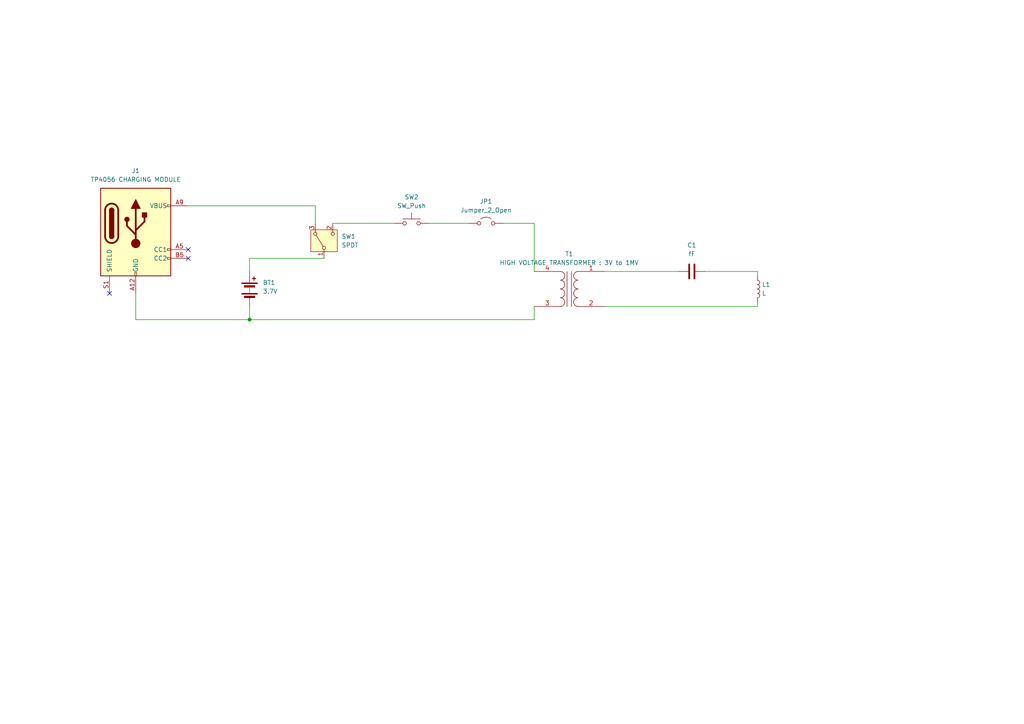
<source format=kicad_sch>
(kicad_sch
	(version 20231120)
	(generator "eeschema")
	(generator_version "8.0")
	(uuid "266b6f3b-13f2-4e98-a8ee-2866420d0d83")
	(paper "A4")
	(lib_symbols
		(symbol "Connector:USB_C_Receptacle_PowerOnly_6P"
			(pin_names
				(offset 1.016)
			)
			(exclude_from_sim no)
			(in_bom yes)
			(on_board yes)
			(property "Reference" "J"
				(at 0 16.51 0)
				(effects
					(font
						(size 1.27 1.27)
					)
					(justify bottom)
				)
			)
			(property "Value" "USB_C_Receptacle_PowerOnly_6P"
				(at 0 13.97 0)
				(effects
					(font
						(size 1.27 1.27)
					)
					(justify bottom)
				)
			)
			(property "Footprint" ""
				(at 3.81 2.54 0)
				(effects
					(font
						(size 1.27 1.27)
					)
					(hide yes)
				)
			)
			(property "Datasheet" "https://www.usb.org/sites/default/files/documents/usb_type-c.zip"
				(at 0 0 0)
				(effects
					(font
						(size 1.27 1.27)
					)
					(hide yes)
				)
			)
			(property "Description" "USB Power-Only 6P Type-C Receptacle connector"
				(at 0 0 0)
				(effects
					(font
						(size 1.27 1.27)
					)
					(hide yes)
				)
			)
			(property "ki_keywords" "usb universal serial bus type-C power-only charging-only 6P 6C"
				(at 0 0 0)
				(effects
					(font
						(size 1.27 1.27)
					)
					(hide yes)
				)
			)
			(property "ki_fp_filters" "USB*C*Receptacle*"
				(at 0 0 0)
				(effects
					(font
						(size 1.27 1.27)
					)
					(hide yes)
				)
			)
			(symbol "USB_C_Receptacle_PowerOnly_6P_0_0"
				(rectangle
					(start -0.254 -12.7)
					(end 0.254 -11.684)
					(stroke
						(width 0)
						(type default)
					)
					(fill
						(type none)
					)
				)
				(rectangle
					(start 10.16 -7.366)
					(end 9.144 -7.874)
					(stroke
						(width 0)
						(type default)
					)
					(fill
						(type none)
					)
				)
				(rectangle
					(start 10.16 -4.826)
					(end 9.144 -5.334)
					(stroke
						(width 0)
						(type default)
					)
					(fill
						(type none)
					)
				)
				(rectangle
					(start 10.16 7.874)
					(end 9.144 7.366)
					(stroke
						(width 0)
						(type default)
					)
					(fill
						(type none)
					)
				)
			)
			(symbol "USB_C_Receptacle_PowerOnly_6P_0_1"
				(rectangle
					(start -10.16 12.7)
					(end 10.16 -12.7)
					(stroke
						(width 0.254)
						(type default)
					)
					(fill
						(type background)
					)
				)
				(arc
					(start -8.89 -1.27)
					(mid -6.985 -3.1667)
					(end -5.08 -1.27)
					(stroke
						(width 0.508)
						(type default)
					)
					(fill
						(type none)
					)
				)
				(arc
					(start -7.62 -1.27)
					(mid -6.985 -1.9023)
					(end -6.35 -1.27)
					(stroke
						(width 0.254)
						(type default)
					)
					(fill
						(type none)
					)
				)
				(arc
					(start -7.62 -1.27)
					(mid -6.985 -1.9023)
					(end -6.35 -1.27)
					(stroke
						(width 0.254)
						(type default)
					)
					(fill
						(type outline)
					)
				)
				(rectangle
					(start -7.62 -1.27)
					(end -6.35 6.35)
					(stroke
						(width 0.254)
						(type default)
					)
					(fill
						(type outline)
					)
				)
				(arc
					(start -6.35 6.35)
					(mid -6.985 6.9823)
					(end -7.62 6.35)
					(stroke
						(width 0.254)
						(type default)
					)
					(fill
						(type none)
					)
				)
				(arc
					(start -6.35 6.35)
					(mid -6.985 6.9823)
					(end -7.62 6.35)
					(stroke
						(width 0.254)
						(type default)
					)
					(fill
						(type outline)
					)
				)
				(arc
					(start -5.08 6.35)
					(mid -6.985 8.2467)
					(end -8.89 6.35)
					(stroke
						(width 0.508)
						(type default)
					)
					(fill
						(type none)
					)
				)
				(circle
					(center -2.54 3.683)
					(radius 0.635)
					(stroke
						(width 0.254)
						(type default)
					)
					(fill
						(type outline)
					)
				)
				(circle
					(center 0 -3.302)
					(radius 1.27)
					(stroke
						(width 0)
						(type default)
					)
					(fill
						(type outline)
					)
				)
				(polyline
					(pts
						(xy -8.89 -1.27) (xy -8.89 6.35)
					)
					(stroke
						(width 0.508)
						(type default)
					)
					(fill
						(type none)
					)
				)
				(polyline
					(pts
						(xy -5.08 6.35) (xy -5.08 -1.27)
					)
					(stroke
						(width 0.508)
						(type default)
					)
					(fill
						(type none)
					)
				)
				(polyline
					(pts
						(xy 0 -3.302) (xy 0 6.858)
					)
					(stroke
						(width 0.508)
						(type default)
					)
					(fill
						(type none)
					)
				)
				(polyline
					(pts
						(xy 0 -0.762) (xy -2.54 1.778) (xy -2.54 3.048)
					)
					(stroke
						(width 0.508)
						(type default)
					)
					(fill
						(type none)
					)
				)
				(polyline
					(pts
						(xy 0 0.508) (xy 2.54 3.048) (xy 2.54 4.318)
					)
					(stroke
						(width 0.508)
						(type default)
					)
					(fill
						(type none)
					)
				)
				(polyline
					(pts
						(xy -1.27 6.858) (xy 0 9.398) (xy 1.27 6.858) (xy -1.27 6.858)
					)
					(stroke
						(width 0.254)
						(type default)
					)
					(fill
						(type outline)
					)
				)
				(rectangle
					(start 1.905 4.318)
					(end 3.175 5.588)
					(stroke
						(width 0.254)
						(type default)
					)
					(fill
						(type outline)
					)
				)
			)
			(symbol "USB_C_Receptacle_PowerOnly_6P_1_1"
				(pin passive line
					(at 0 -17.78 90)
					(length 5.08)
					(name "GND"
						(effects
							(font
								(size 1.27 1.27)
							)
						)
					)
					(number "A12"
						(effects
							(font
								(size 1.27 1.27)
							)
						)
					)
				)
				(pin bidirectional line
					(at 15.24 -5.08 180)
					(length 5.08)
					(name "CC1"
						(effects
							(font
								(size 1.27 1.27)
							)
						)
					)
					(number "A5"
						(effects
							(font
								(size 1.27 1.27)
							)
						)
					)
				)
				(pin passive line
					(at 15.24 7.62 180)
					(length 5.08)
					(name "VBUS"
						(effects
							(font
								(size 1.27 1.27)
							)
						)
					)
					(number "A9"
						(effects
							(font
								(size 1.27 1.27)
							)
						)
					)
				)
				(pin passive line
					(at 0 -17.78 90)
					(length 5.08) hide
					(name "GND"
						(effects
							(font
								(size 1.27 1.27)
							)
						)
					)
					(number "B12"
						(effects
							(font
								(size 1.27 1.27)
							)
						)
					)
				)
				(pin bidirectional line
					(at 15.24 -7.62 180)
					(length 5.08)
					(name "CC2"
						(effects
							(font
								(size 1.27 1.27)
							)
						)
					)
					(number "B5"
						(effects
							(font
								(size 1.27 1.27)
							)
						)
					)
				)
				(pin passive line
					(at 15.24 7.62 180)
					(length 5.08) hide
					(name "VBUS"
						(effects
							(font
								(size 1.27 1.27)
							)
						)
					)
					(number "B9"
						(effects
							(font
								(size 1.27 1.27)
							)
						)
					)
				)
				(pin passive line
					(at -7.62 -17.78 90)
					(length 5.08)
					(name "SHIELD"
						(effects
							(font
								(size 1.27 1.27)
							)
						)
					)
					(number "S1"
						(effects
							(font
								(size 1.27 1.27)
							)
						)
					)
				)
			)
		)
		(symbol "Device:Battery"
			(pin_numbers hide)
			(pin_names
				(offset 0) hide)
			(exclude_from_sim no)
			(in_bom yes)
			(on_board yes)
			(property "Reference" "BT"
				(at 2.54 2.54 0)
				(effects
					(font
						(size 1.27 1.27)
					)
					(justify left)
				)
			)
			(property "Value" "Battery"
				(at 2.54 0 0)
				(effects
					(font
						(size 1.27 1.27)
					)
					(justify left)
				)
			)
			(property "Footprint" ""
				(at 0 1.524 90)
				(effects
					(font
						(size 1.27 1.27)
					)
					(hide yes)
				)
			)
			(property "Datasheet" "~"
				(at 0 1.524 90)
				(effects
					(font
						(size 1.27 1.27)
					)
					(hide yes)
				)
			)
			(property "Description" "Multiple-cell battery"
				(at 0 0 0)
				(effects
					(font
						(size 1.27 1.27)
					)
					(hide yes)
				)
			)
			(property "ki_keywords" "batt voltage-source cell"
				(at 0 0 0)
				(effects
					(font
						(size 1.27 1.27)
					)
					(hide yes)
				)
			)
			(symbol "Battery_0_1"
				(rectangle
					(start -2.286 -1.27)
					(end 2.286 -1.524)
					(stroke
						(width 0)
						(type default)
					)
					(fill
						(type outline)
					)
				)
				(rectangle
					(start -2.286 1.778)
					(end 2.286 1.524)
					(stroke
						(width 0)
						(type default)
					)
					(fill
						(type outline)
					)
				)
				(rectangle
					(start -1.524 -2.032)
					(end 1.524 -2.54)
					(stroke
						(width 0)
						(type default)
					)
					(fill
						(type outline)
					)
				)
				(rectangle
					(start -1.524 1.016)
					(end 1.524 0.508)
					(stroke
						(width 0)
						(type default)
					)
					(fill
						(type outline)
					)
				)
				(polyline
					(pts
						(xy 0 -1.016) (xy 0 -0.762)
					)
					(stroke
						(width 0)
						(type default)
					)
					(fill
						(type none)
					)
				)
				(polyline
					(pts
						(xy 0 -0.508) (xy 0 -0.254)
					)
					(stroke
						(width 0)
						(type default)
					)
					(fill
						(type none)
					)
				)
				(polyline
					(pts
						(xy 0 0) (xy 0 0.254)
					)
					(stroke
						(width 0)
						(type default)
					)
					(fill
						(type none)
					)
				)
				(polyline
					(pts
						(xy 0 1.778) (xy 0 2.54)
					)
					(stroke
						(width 0)
						(type default)
					)
					(fill
						(type none)
					)
				)
				(polyline
					(pts
						(xy 0.762 3.048) (xy 1.778 3.048)
					)
					(stroke
						(width 0.254)
						(type default)
					)
					(fill
						(type none)
					)
				)
				(polyline
					(pts
						(xy 1.27 3.556) (xy 1.27 2.54)
					)
					(stroke
						(width 0.254)
						(type default)
					)
					(fill
						(type none)
					)
				)
			)
			(symbol "Battery_1_1"
				(pin passive line
					(at 0 5.08 270)
					(length 2.54)
					(name "+"
						(effects
							(font
								(size 1.27 1.27)
							)
						)
					)
					(number "1"
						(effects
							(font
								(size 1.27 1.27)
							)
						)
					)
				)
				(pin passive line
					(at 0 -5.08 90)
					(length 2.54)
					(name "-"
						(effects
							(font
								(size 1.27 1.27)
							)
						)
					)
					(number "2"
						(effects
							(font
								(size 1.27 1.27)
							)
						)
					)
				)
			)
		)
		(symbol "Device:C"
			(pin_numbers hide)
			(pin_names
				(offset 0.254)
			)
			(exclude_from_sim no)
			(in_bom yes)
			(on_board yes)
			(property "Reference" "C"
				(at 0.635 2.54 0)
				(effects
					(font
						(size 1.27 1.27)
					)
					(justify left)
				)
			)
			(property "Value" "C"
				(at 0.635 -2.54 0)
				(effects
					(font
						(size 1.27 1.27)
					)
					(justify left)
				)
			)
			(property "Footprint" ""
				(at 0.9652 -3.81 0)
				(effects
					(font
						(size 1.27 1.27)
					)
					(hide yes)
				)
			)
			(property "Datasheet" "~"
				(at 0 0 0)
				(effects
					(font
						(size 1.27 1.27)
					)
					(hide yes)
				)
			)
			(property "Description" "Unpolarized capacitor"
				(at 0 0 0)
				(effects
					(font
						(size 1.27 1.27)
					)
					(hide yes)
				)
			)
			(property "ki_keywords" "cap capacitor"
				(at 0 0 0)
				(effects
					(font
						(size 1.27 1.27)
					)
					(hide yes)
				)
			)
			(property "ki_fp_filters" "C_*"
				(at 0 0 0)
				(effects
					(font
						(size 1.27 1.27)
					)
					(hide yes)
				)
			)
			(symbol "C_0_1"
				(polyline
					(pts
						(xy -2.032 -0.762) (xy 2.032 -0.762)
					)
					(stroke
						(width 0.508)
						(type default)
					)
					(fill
						(type none)
					)
				)
				(polyline
					(pts
						(xy -2.032 0.762) (xy 2.032 0.762)
					)
					(stroke
						(width 0.508)
						(type default)
					)
					(fill
						(type none)
					)
				)
			)
			(symbol "C_1_1"
				(pin passive line
					(at 0 3.81 270)
					(length 2.794)
					(name "~"
						(effects
							(font
								(size 1.27 1.27)
							)
						)
					)
					(number "1"
						(effects
							(font
								(size 1.27 1.27)
							)
						)
					)
				)
				(pin passive line
					(at 0 -3.81 90)
					(length 2.794)
					(name "~"
						(effects
							(font
								(size 1.27 1.27)
							)
						)
					)
					(number "2"
						(effects
							(font
								(size 1.27 1.27)
							)
						)
					)
				)
			)
		)
		(symbol "Device:L"
			(pin_numbers hide)
			(pin_names
				(offset 1.016) hide)
			(exclude_from_sim no)
			(in_bom yes)
			(on_board yes)
			(property "Reference" "L"
				(at -1.27 0 90)
				(effects
					(font
						(size 1.27 1.27)
					)
				)
			)
			(property "Value" "L"
				(at 1.905 0 90)
				(effects
					(font
						(size 1.27 1.27)
					)
				)
			)
			(property "Footprint" ""
				(at 0 0 0)
				(effects
					(font
						(size 1.27 1.27)
					)
					(hide yes)
				)
			)
			(property "Datasheet" "~"
				(at 0 0 0)
				(effects
					(font
						(size 1.27 1.27)
					)
					(hide yes)
				)
			)
			(property "Description" "Inductor"
				(at 0 0 0)
				(effects
					(font
						(size 1.27 1.27)
					)
					(hide yes)
				)
			)
			(property "ki_keywords" "inductor choke coil reactor magnetic"
				(at 0 0 0)
				(effects
					(font
						(size 1.27 1.27)
					)
					(hide yes)
				)
			)
			(property "ki_fp_filters" "Choke_* *Coil* Inductor_* L_*"
				(at 0 0 0)
				(effects
					(font
						(size 1.27 1.27)
					)
					(hide yes)
				)
			)
			(symbol "L_0_1"
				(arc
					(start 0 -2.54)
					(mid 0.6323 -1.905)
					(end 0 -1.27)
					(stroke
						(width 0)
						(type default)
					)
					(fill
						(type none)
					)
				)
				(arc
					(start 0 -1.27)
					(mid 0.6323 -0.635)
					(end 0 0)
					(stroke
						(width 0)
						(type default)
					)
					(fill
						(type none)
					)
				)
				(arc
					(start 0 0)
					(mid 0.6323 0.635)
					(end 0 1.27)
					(stroke
						(width 0)
						(type default)
					)
					(fill
						(type none)
					)
				)
				(arc
					(start 0 1.27)
					(mid 0.6323 1.905)
					(end 0 2.54)
					(stroke
						(width 0)
						(type default)
					)
					(fill
						(type none)
					)
				)
			)
			(symbol "L_1_1"
				(pin passive line
					(at 0 3.81 270)
					(length 1.27)
					(name "1"
						(effects
							(font
								(size 1.27 1.27)
							)
						)
					)
					(number "1"
						(effects
							(font
								(size 1.27 1.27)
							)
						)
					)
				)
				(pin passive line
					(at 0 -3.81 90)
					(length 1.27)
					(name "2"
						(effects
							(font
								(size 1.27 1.27)
							)
						)
					)
					(number "2"
						(effects
							(font
								(size 1.27 1.27)
							)
						)
					)
				)
			)
		)
		(symbol "Device:Transformer_1P_1S"
			(pin_names
				(offset 1.016) hide)
			(exclude_from_sim no)
			(in_bom yes)
			(on_board yes)
			(property "Reference" "T"
				(at 0 6.35 0)
				(effects
					(font
						(size 1.27 1.27)
					)
				)
			)
			(property "Value" "Transformer_1P_1S"
				(at 0 -7.62 0)
				(effects
					(font
						(size 1.27 1.27)
					)
				)
			)
			(property "Footprint" ""
				(at 0 0 0)
				(effects
					(font
						(size 1.27 1.27)
					)
					(hide yes)
				)
			)
			(property "Datasheet" "~"
				(at 0 0 0)
				(effects
					(font
						(size 1.27 1.27)
					)
					(hide yes)
				)
			)
			(property "Description" "Transformer, single primary, single secondary"
				(at 0 0 0)
				(effects
					(font
						(size 1.27 1.27)
					)
					(hide yes)
				)
			)
			(property "ki_keywords" "transformer coil magnet"
				(at 0 0 0)
				(effects
					(font
						(size 1.27 1.27)
					)
					(hide yes)
				)
			)
			(symbol "Transformer_1P_1S_0_1"
				(arc
					(start -2.54 -5.0546)
					(mid -1.6599 -4.6901)
					(end -1.27 -3.81)
					(stroke
						(width 0)
						(type default)
					)
					(fill
						(type none)
					)
				)
				(arc
					(start -2.54 -2.5146)
					(mid -1.6599 -2.1501)
					(end -1.27 -1.27)
					(stroke
						(width 0)
						(type default)
					)
					(fill
						(type none)
					)
				)
				(arc
					(start -2.54 0.0254)
					(mid -1.6599 0.3899)
					(end -1.27 1.27)
					(stroke
						(width 0)
						(type default)
					)
					(fill
						(type none)
					)
				)
				(arc
					(start -2.54 2.5654)
					(mid -1.6599 2.9299)
					(end -1.27 3.81)
					(stroke
						(width 0)
						(type default)
					)
					(fill
						(type none)
					)
				)
				(arc
					(start -1.27 -3.81)
					(mid -1.642 -2.912)
					(end -2.54 -2.54)
					(stroke
						(width 0)
						(type default)
					)
					(fill
						(type none)
					)
				)
				(arc
					(start -1.27 -1.27)
					(mid -1.642 -0.372)
					(end -2.54 0)
					(stroke
						(width 0)
						(type default)
					)
					(fill
						(type none)
					)
				)
				(arc
					(start -1.27 1.27)
					(mid -1.642 2.168)
					(end -2.54 2.54)
					(stroke
						(width 0)
						(type default)
					)
					(fill
						(type none)
					)
				)
				(arc
					(start -1.27 3.81)
					(mid -1.642 4.708)
					(end -2.54 5.08)
					(stroke
						(width 0)
						(type default)
					)
					(fill
						(type none)
					)
				)
				(polyline
					(pts
						(xy -0.635 5.08) (xy -0.635 -5.08)
					)
					(stroke
						(width 0)
						(type default)
					)
					(fill
						(type none)
					)
				)
				(polyline
					(pts
						(xy 0.635 -5.08) (xy 0.635 5.08)
					)
					(stroke
						(width 0)
						(type default)
					)
					(fill
						(type none)
					)
				)
				(arc
					(start 1.2954 -1.27)
					(mid 1.6599 -2.1501)
					(end 2.54 -2.5146)
					(stroke
						(width 0)
						(type default)
					)
					(fill
						(type none)
					)
				)
				(arc
					(start 1.2954 1.27)
					(mid 1.6599 0.3899)
					(end 2.54 0.0254)
					(stroke
						(width 0)
						(type default)
					)
					(fill
						(type none)
					)
				)
				(arc
					(start 1.2954 3.81)
					(mid 1.6599 2.9299)
					(end 2.54 2.5654)
					(stroke
						(width 0)
						(type default)
					)
					(fill
						(type none)
					)
				)
				(arc
					(start 1.3208 -3.81)
					(mid 1.6853 -4.6901)
					(end 2.5654 -5.0546)
					(stroke
						(width 0)
						(type default)
					)
					(fill
						(type none)
					)
				)
				(arc
					(start 2.54 0)
					(mid 1.642 -0.372)
					(end 1.2954 -1.27)
					(stroke
						(width 0)
						(type default)
					)
					(fill
						(type none)
					)
				)
				(arc
					(start 2.54 2.54)
					(mid 1.642 2.168)
					(end 1.2954 1.27)
					(stroke
						(width 0)
						(type default)
					)
					(fill
						(type none)
					)
				)
				(arc
					(start 2.54 5.08)
					(mid 1.642 4.708)
					(end 1.2954 3.81)
					(stroke
						(width 0)
						(type default)
					)
					(fill
						(type none)
					)
				)
				(arc
					(start 2.5654 -2.54)
					(mid 1.6674 -2.912)
					(end 1.3208 -3.81)
					(stroke
						(width 0)
						(type default)
					)
					(fill
						(type none)
					)
				)
			)
			(symbol "Transformer_1P_1S_1_1"
				(pin passive line
					(at -10.16 5.08 0)
					(length 7.62)
					(name "AA"
						(effects
							(font
								(size 1.27 1.27)
							)
						)
					)
					(number "1"
						(effects
							(font
								(size 1.27 1.27)
							)
						)
					)
				)
				(pin passive line
					(at -10.16 -5.08 0)
					(length 7.62)
					(name "AB"
						(effects
							(font
								(size 1.27 1.27)
							)
						)
					)
					(number "2"
						(effects
							(font
								(size 1.27 1.27)
							)
						)
					)
				)
				(pin passive line
					(at 10.16 -5.08 180)
					(length 7.62)
					(name "SA"
						(effects
							(font
								(size 1.27 1.27)
							)
						)
					)
					(number "3"
						(effects
							(font
								(size 1.27 1.27)
							)
						)
					)
				)
				(pin passive line
					(at 10.16 5.08 180)
					(length 7.62)
					(name "SB"
						(effects
							(font
								(size 1.27 1.27)
							)
						)
					)
					(number "4"
						(effects
							(font
								(size 1.27 1.27)
							)
						)
					)
				)
			)
		)
		(symbol "Jumper:Jumper_2_Open"
			(pin_numbers hide)
			(pin_names
				(offset 0) hide)
			(exclude_from_sim yes)
			(in_bom yes)
			(on_board yes)
			(property "Reference" "JP"
				(at 0 2.794 0)
				(effects
					(font
						(size 1.27 1.27)
					)
				)
			)
			(property "Value" "Jumper_2_Open"
				(at 0 -2.286 0)
				(effects
					(font
						(size 1.27 1.27)
					)
				)
			)
			(property "Footprint" ""
				(at 0 0 0)
				(effects
					(font
						(size 1.27 1.27)
					)
					(hide yes)
				)
			)
			(property "Datasheet" "~"
				(at 0 0 0)
				(effects
					(font
						(size 1.27 1.27)
					)
					(hide yes)
				)
			)
			(property "Description" "Jumper, 2-pole, open"
				(at 0 0 0)
				(effects
					(font
						(size 1.27 1.27)
					)
					(hide yes)
				)
			)
			(property "ki_keywords" "Jumper SPST"
				(at 0 0 0)
				(effects
					(font
						(size 1.27 1.27)
					)
					(hide yes)
				)
			)
			(property "ki_fp_filters" "Jumper* TestPoint*2Pads* TestPoint*Bridge*"
				(at 0 0 0)
				(effects
					(font
						(size 1.27 1.27)
					)
					(hide yes)
				)
			)
			(symbol "Jumper_2_Open_0_0"
				(circle
					(center -2.032 0)
					(radius 0.508)
					(stroke
						(width 0)
						(type default)
					)
					(fill
						(type none)
					)
				)
				(circle
					(center 2.032 0)
					(radius 0.508)
					(stroke
						(width 0)
						(type default)
					)
					(fill
						(type none)
					)
				)
			)
			(symbol "Jumper_2_Open_0_1"
				(arc
					(start 1.524 1.27)
					(mid 0 1.778)
					(end -1.524 1.27)
					(stroke
						(width 0)
						(type default)
					)
					(fill
						(type none)
					)
				)
			)
			(symbol "Jumper_2_Open_1_1"
				(pin passive line
					(at -5.08 0 0)
					(length 2.54)
					(name "A"
						(effects
							(font
								(size 1.27 1.27)
							)
						)
					)
					(number "1"
						(effects
							(font
								(size 1.27 1.27)
							)
						)
					)
				)
				(pin passive line
					(at 5.08 0 180)
					(length 2.54)
					(name "B"
						(effects
							(font
								(size 1.27 1.27)
							)
						)
					)
					(number "2"
						(effects
							(font
								(size 1.27 1.27)
							)
						)
					)
				)
			)
		)
		(symbol "Switch:SW_Push"
			(pin_numbers hide)
			(pin_names
				(offset 1.016) hide)
			(exclude_from_sim no)
			(in_bom yes)
			(on_board yes)
			(property "Reference" "SW"
				(at 1.27 2.54 0)
				(effects
					(font
						(size 1.27 1.27)
					)
					(justify left)
				)
			)
			(property "Value" "SW_Push"
				(at 0 -1.524 0)
				(effects
					(font
						(size 1.27 1.27)
					)
				)
			)
			(property "Footprint" ""
				(at 0 5.08 0)
				(effects
					(font
						(size 1.27 1.27)
					)
					(hide yes)
				)
			)
			(property "Datasheet" "~"
				(at 0 5.08 0)
				(effects
					(font
						(size 1.27 1.27)
					)
					(hide yes)
				)
			)
			(property "Description" "Push button switch, generic, two pins"
				(at 0 0 0)
				(effects
					(font
						(size 1.27 1.27)
					)
					(hide yes)
				)
			)
			(property "ki_keywords" "switch normally-open pushbutton push-button"
				(at 0 0 0)
				(effects
					(font
						(size 1.27 1.27)
					)
					(hide yes)
				)
			)
			(symbol "SW_Push_0_1"
				(circle
					(center -2.032 0)
					(radius 0.508)
					(stroke
						(width 0)
						(type default)
					)
					(fill
						(type none)
					)
				)
				(polyline
					(pts
						(xy 0 1.27) (xy 0 3.048)
					)
					(stroke
						(width 0)
						(type default)
					)
					(fill
						(type none)
					)
				)
				(polyline
					(pts
						(xy 2.54 1.27) (xy -2.54 1.27)
					)
					(stroke
						(width 0)
						(type default)
					)
					(fill
						(type none)
					)
				)
				(circle
					(center 2.032 0)
					(radius 0.508)
					(stroke
						(width 0)
						(type default)
					)
					(fill
						(type none)
					)
				)
				(pin passive line
					(at -5.08 0 0)
					(length 2.54)
					(name "1"
						(effects
							(font
								(size 1.27 1.27)
							)
						)
					)
					(number "1"
						(effects
							(font
								(size 1.27 1.27)
							)
						)
					)
				)
				(pin passive line
					(at 5.08 0 180)
					(length 2.54)
					(name "2"
						(effects
							(font
								(size 1.27 1.27)
							)
						)
					)
					(number "2"
						(effects
							(font
								(size 1.27 1.27)
							)
						)
					)
				)
			)
		)
		(symbol "Switch:SW_SPDT_312"
			(pin_names
				(offset 1) hide)
			(exclude_from_sim no)
			(in_bom yes)
			(on_board yes)
			(property "Reference" "SW"
				(at 0 5.08 0)
				(effects
					(font
						(size 1.27 1.27)
					)
				)
			)
			(property "Value" "SW_SPDT_312"
				(at 0 -5.08 0)
				(effects
					(font
						(size 1.27 1.27)
					)
				)
			)
			(property "Footprint" ""
				(at 0 -10.16 0)
				(effects
					(font
						(size 1.27 1.27)
					)
					(hide yes)
				)
			)
			(property "Datasheet" "~"
				(at 0 -7.62 0)
				(effects
					(font
						(size 1.27 1.27)
					)
					(hide yes)
				)
			)
			(property "Description" "Switch, single pole double throw"
				(at 0 0 0)
				(effects
					(font
						(size 1.27 1.27)
					)
					(hide yes)
				)
			)
			(property "ki_keywords" "changeover single-pole double-throw spdt ON-ON"
				(at 0 0 0)
				(effects
					(font
						(size 1.27 1.27)
					)
					(hide yes)
				)
			)
			(symbol "SW_SPDT_312_0_1"
				(circle
					(center -2.032 0)
					(radius 0.4572)
					(stroke
						(width 0)
						(type default)
					)
					(fill
						(type none)
					)
				)
				(polyline
					(pts
						(xy -1.651 0.254) (xy 1.651 2.286)
					)
					(stroke
						(width 0)
						(type default)
					)
					(fill
						(type none)
					)
				)
				(circle
					(center 2.032 -2.54)
					(radius 0.4572)
					(stroke
						(width 0)
						(type default)
					)
					(fill
						(type none)
					)
				)
				(circle
					(center 2.032 2.54)
					(radius 0.4572)
					(stroke
						(width 0)
						(type default)
					)
					(fill
						(type none)
					)
				)
			)
			(symbol "SW_SPDT_312_1_1"
				(rectangle
					(start -3.175 3.81)
					(end 3.175 -3.81)
					(stroke
						(width 0)
						(type default)
					)
					(fill
						(type background)
					)
				)
				(pin passive line
					(at -5.08 0 0)
					(length 2.54)
					(name "B"
						(effects
							(font
								(size 1.27 1.27)
							)
						)
					)
					(number "1"
						(effects
							(font
								(size 1.27 1.27)
							)
						)
					)
				)
				(pin passive line
					(at 5.08 -2.54 180)
					(length 2.54)
					(name "C"
						(effects
							(font
								(size 1.27 1.27)
							)
						)
					)
					(number "2"
						(effects
							(font
								(size 1.27 1.27)
							)
						)
					)
				)
				(pin passive line
					(at 5.08 2.54 180)
					(length 2.54)
					(name "A"
						(effects
							(font
								(size 1.27 1.27)
							)
						)
					)
					(number "3"
						(effects
							(font
								(size 1.27 1.27)
							)
						)
					)
				)
			)
		)
	)
	(junction
		(at 72.39 92.71)
		(diameter 0)
		(color 0 0 0 0)
		(uuid "a4824143-1507-4ea3-b7fa-87473027b49d")
	)
	(no_connect
		(at 54.61 74.93)
		(uuid "6b62697f-fa9e-4ae0-8868-b75aab687d8a")
	)
	(no_connect
		(at 54.61 72.39)
		(uuid "7f556ed7-13d8-492c-a7ff-4f8a0664d496")
	)
	(no_connect
		(at 31.75 85.09)
		(uuid "ec084f27-ddc6-4578-a05b-ca626873f250")
	)
	(wire
		(pts
			(xy 146.05 64.77) (xy 154.94 64.77)
		)
		(stroke
			(width 0)
			(type default)
		)
		(uuid "029bd5ef-0767-47fc-a221-0cfabd3e65e1")
	)
	(wire
		(pts
			(xy 91.44 59.69) (xy 91.44 64.77)
		)
		(stroke
			(width 0)
			(type default)
		)
		(uuid "25576877-4c92-46db-9196-847b0de25dc1")
	)
	(wire
		(pts
			(xy 72.39 74.93) (xy 93.98 74.93)
		)
		(stroke
			(width 0)
			(type default)
		)
		(uuid "2efec2a9-cf60-4f82-97ea-ab9e13ff2edf")
	)
	(wire
		(pts
			(xy 124.46 64.77) (xy 135.89 64.77)
		)
		(stroke
			(width 0)
			(type default)
		)
		(uuid "42e9d8a4-db34-44b3-8be6-892994296cf6")
	)
	(wire
		(pts
			(xy 175.26 88.9) (xy 219.71 88.9)
		)
		(stroke
			(width 0)
			(type default)
		)
		(uuid "52ef42e0-0c36-4c62-af33-6c362a36845c")
	)
	(wire
		(pts
			(xy 154.94 64.77) (xy 154.94 78.74)
		)
		(stroke
			(width 0)
			(type default)
		)
		(uuid "7ddaacdc-8166-4ab5-a860-58d3a6acc09a")
	)
	(wire
		(pts
			(xy 39.37 92.71) (xy 72.39 92.71)
		)
		(stroke
			(width 0)
			(type default)
		)
		(uuid "7e31c8d2-b317-41ac-a56d-f647ef1758f4")
	)
	(wire
		(pts
			(xy 219.71 88.9) (xy 219.71 87.63)
		)
		(stroke
			(width 0)
			(type default)
		)
		(uuid "8422a8a4-6312-4d73-8bc7-9bdcc2abec87")
	)
	(wire
		(pts
			(xy 96.52 64.77) (xy 114.3 64.77)
		)
		(stroke
			(width 0)
			(type default)
		)
		(uuid "84593b69-1a84-4653-932c-ea9fb34db3f3")
	)
	(wire
		(pts
			(xy 219.71 78.74) (xy 219.71 80.01)
		)
		(stroke
			(width 0)
			(type default)
		)
		(uuid "8762b01c-ffaf-40bf-a707-dc91ad03cfed")
	)
	(wire
		(pts
			(xy 175.26 78.74) (xy 196.85 78.74)
		)
		(stroke
			(width 0)
			(type default)
		)
		(uuid "ac927122-9f39-44c2-b854-b4dcd05b0fdb")
	)
	(wire
		(pts
			(xy 204.47 78.74) (xy 219.71 78.74)
		)
		(stroke
			(width 0)
			(type default)
		)
		(uuid "c0bdb16a-6d6b-4954-a910-b36481135acf")
	)
	(wire
		(pts
			(xy 154.94 88.9) (xy 154.94 92.71)
		)
		(stroke
			(width 0)
			(type default)
		)
		(uuid "d0b981c8-b53d-40e7-8a5e-67b815fdc32f")
	)
	(wire
		(pts
			(xy 72.39 74.93) (xy 72.39 78.74)
		)
		(stroke
			(width 0)
			(type default)
		)
		(uuid "d5936319-f720-478b-9724-408cb5a5525d")
	)
	(wire
		(pts
			(xy 72.39 88.9) (xy 72.39 92.71)
		)
		(stroke
			(width 0)
			(type default)
		)
		(uuid "de5334fa-de2d-4eba-ae7c-039473580986")
	)
	(wire
		(pts
			(xy 72.39 92.71) (xy 154.94 92.71)
		)
		(stroke
			(width 0)
			(type default)
		)
		(uuid "e3ed1900-b2dd-4258-b4a5-dbae08663191")
	)
	(wire
		(pts
			(xy 54.61 59.69) (xy 91.44 59.69)
		)
		(stroke
			(width 0)
			(type default)
		)
		(uuid "e6922d76-c1d5-491b-b6a2-7b2619e59ec6")
	)
	(wire
		(pts
			(xy 39.37 85.09) (xy 39.37 92.71)
		)
		(stroke
			(width 0)
			(type default)
		)
		(uuid "fd7ce702-dbac-4477-b5e5-317cc40879eb")
	)
	(symbol
		(lib_id "Switch:SW_SPDT_312")
		(at 93.98 69.85 90)
		(unit 1)
		(exclude_from_sim no)
		(in_bom yes)
		(on_board yes)
		(dnp no)
		(fields_autoplaced yes)
		(uuid "1564f265-e17a-4fc5-b41e-e5dc1dcbc6c2")
		(property "Reference" "SW1"
			(at 99.06 68.5799 90)
			(effects
				(font
					(size 1.27 1.27)
				)
				(justify right)
			)
		)
		(property "Value" "SPDT"
			(at 99.06 71.1199 90)
			(effects
				(font
					(size 1.27 1.27)
				)
				(justify right)
			)
		)
		(property "Footprint" ""
			(at 104.14 69.85 0)
			(effects
				(font
					(size 1.27 1.27)
				)
				(hide yes)
			)
		)
		(property "Datasheet" "~"
			(at 101.6 69.85 0)
			(effects
				(font
					(size 1.27 1.27)
				)
				(hide yes)
			)
		)
		(property "Description" "Switch, single pole double throw"
			(at 93.98 69.85 0)
			(effects
				(font
					(size 1.27 1.27)
				)
				(hide yes)
			)
		)
		(pin "3"
			(uuid "9ca85a4a-b17c-488b-a8df-5dda7c4a4834")
		)
		(pin "2"
			(uuid "f75ed979-4c8f-47ec-99bd-3f36fb627cca")
		)
		(pin "1"
			(uuid "008f7617-ae29-4442-87bf-d56f79ce9088")
		)
		(instances
			(project ""
				(path "/266b6f3b-13f2-4e98-a8ee-2866420d0d83"
					(reference "SW1")
					(unit 1)
				)
			)
		)
	)
	(symbol
		(lib_id "Device:L")
		(at 219.71 83.82 0)
		(unit 1)
		(exclude_from_sim no)
		(in_bom yes)
		(on_board yes)
		(dnp no)
		(fields_autoplaced yes)
		(uuid "41f5cb7a-ac6d-4bcd-a3de-5e3ee1825b1f")
		(property "Reference" "L1"
			(at 220.98 82.5499 0)
			(effects
				(font
					(size 1.27 1.27)
				)
				(justify left)
			)
		)
		(property "Value" "L"
			(at 220.98 85.0899 0)
			(effects
				(font
					(size 1.27 1.27)
				)
				(justify left)
			)
		)
		(property "Footprint" ""
			(at 219.71 83.82 0)
			(effects
				(font
					(size 1.27 1.27)
				)
				(hide yes)
			)
		)
		(property "Datasheet" "~"
			(at 219.71 83.82 0)
			(effects
				(font
					(size 1.27 1.27)
				)
				(hide yes)
			)
		)
		(property "Description" "Inductor"
			(at 219.71 83.82 0)
			(effects
				(font
					(size 1.27 1.27)
				)
				(hide yes)
			)
		)
		(pin "2"
			(uuid "42fd523f-659b-478c-8f2a-7d9af41e2d30")
		)
		(pin "1"
			(uuid "88823f11-f36d-479b-99d2-5f22aa5ccd8e")
		)
		(instances
			(project ""
				(path "/266b6f3b-13f2-4e98-a8ee-2866420d0d83"
					(reference "L1")
					(unit 1)
				)
			)
		)
	)
	(symbol
		(lib_id "Device:Transformer_1P_1S")
		(at 165.1 83.82 0)
		(mirror y)
		(unit 1)
		(exclude_from_sim no)
		(in_bom yes)
		(on_board yes)
		(dnp no)
		(uuid "44df0c13-08c2-4d1a-931a-acc5753632aa")
		(property "Reference" "T1"
			(at 165.0873 73.66 0)
			(effects
				(font
					(size 1.27 1.27)
				)
			)
		)
		(property "Value" "HIGH VOLTAGE TRANSFORMER : 3V to 1MV"
			(at 165.0873 76.2 0)
			(effects
				(font
					(size 1.27 1.27)
				)
			)
		)
		(property "Footprint" ""
			(at 165.1 83.82 0)
			(effects
				(font
					(size 1.27 1.27)
				)
				(hide yes)
			)
		)
		(property "Datasheet" "~"
			(at 165.1 83.82 0)
			(effects
				(font
					(size 1.27 1.27)
				)
				(hide yes)
			)
		)
		(property "Description" "Transformer, single primary, single secondary"
			(at 165.1 83.82 0)
			(effects
				(font
					(size 1.27 1.27)
				)
				(hide yes)
			)
		)
		(pin "2"
			(uuid "5e67f4c8-c359-4c28-b0a5-944ca18174e2")
		)
		(pin "3"
			(uuid "70fcb595-8d11-4213-b9f8-d8a3ac0d7bb4")
		)
		(pin "4"
			(uuid "e6e2bcd9-fdea-4014-863e-fcce9537b592")
		)
		(pin "1"
			(uuid "4e2f64c7-1474-4f5d-a80c-d306ff2c612b")
		)
		(instances
			(project ""
				(path "/266b6f3b-13f2-4e98-a8ee-2866420d0d83"
					(reference "T1")
					(unit 1)
				)
			)
		)
	)
	(symbol
		(lib_id "Switch:SW_Push")
		(at 119.38 64.77 0)
		(unit 1)
		(exclude_from_sim no)
		(in_bom yes)
		(on_board yes)
		(dnp no)
		(fields_autoplaced yes)
		(uuid "70da27e1-88c7-4ca7-80c2-cda99a1bbafc")
		(property "Reference" "SW2"
			(at 119.38 57.15 0)
			(effects
				(font
					(size 1.27 1.27)
				)
			)
		)
		(property "Value" "SW_Push"
			(at 119.38 59.69 0)
			(effects
				(font
					(size 1.27 1.27)
				)
			)
		)
		(property "Footprint" ""
			(at 119.38 59.69 0)
			(effects
				(font
					(size 1.27 1.27)
				)
				(hide yes)
			)
		)
		(property "Datasheet" "~"
			(at 119.38 59.69 0)
			(effects
				(font
					(size 1.27 1.27)
				)
				(hide yes)
			)
		)
		(property "Description" "Push button switch, generic, two pins"
			(at 119.38 64.77 0)
			(effects
				(font
					(size 1.27 1.27)
				)
				(hide yes)
			)
		)
		(pin "1"
			(uuid "f9960fa4-c28d-4050-b38d-72fdb9e72cac")
		)
		(pin "2"
			(uuid "3539c6f0-74b2-4dee-ab04-43afed04922e")
		)
		(instances
			(project ""
				(path "/266b6f3b-13f2-4e98-a8ee-2866420d0d83"
					(reference "SW2")
					(unit 1)
				)
			)
		)
	)
	(symbol
		(lib_id "Device:Battery")
		(at 72.39 83.82 0)
		(unit 1)
		(exclude_from_sim no)
		(in_bom yes)
		(on_board yes)
		(dnp no)
		(fields_autoplaced yes)
		(uuid "88326703-b8a0-4839-947b-d7b610835e6a")
		(property "Reference" "BT1"
			(at 76.2 81.9784 0)
			(effects
				(font
					(size 1.27 1.27)
				)
				(justify left)
			)
		)
		(property "Value" "3.7V"
			(at 76.2 84.5184 0)
			(effects
				(font
					(size 1.27 1.27)
				)
				(justify left)
			)
		)
		(property "Footprint" ""
			(at 72.39 82.296 90)
			(effects
				(font
					(size 1.27 1.27)
				)
				(hide yes)
			)
		)
		(property "Datasheet" "~"
			(at 72.39 82.296 90)
			(effects
				(font
					(size 1.27 1.27)
				)
				(hide yes)
			)
		)
		(property "Description" "Multiple-cell battery"
			(at 72.39 83.82 0)
			(effects
				(font
					(size 1.27 1.27)
				)
				(hide yes)
			)
		)
		(pin "1"
			(uuid "8b0138a2-17f6-4327-8b1d-5e0c5e6acc98")
		)
		(pin "2"
			(uuid "dd210d4d-74cb-4684-bb10-662ce6c57f97")
		)
		(instances
			(project ""
				(path "/266b6f3b-13f2-4e98-a8ee-2866420d0d83"
					(reference "BT1")
					(unit 1)
				)
			)
		)
	)
	(symbol
		(lib_id "Jumper:Jumper_2_Open")
		(at 140.97 64.77 0)
		(unit 1)
		(exclude_from_sim yes)
		(in_bom yes)
		(on_board yes)
		(dnp no)
		(fields_autoplaced yes)
		(uuid "a24987a4-6d54-4058-ae71-1523226de84e")
		(property "Reference" "JP1"
			(at 140.97 58.42 0)
			(effects
				(font
					(size 1.27 1.27)
				)
			)
		)
		(property "Value" "Jumper_2_Open"
			(at 140.97 60.96 0)
			(effects
				(font
					(size 1.27 1.27)
				)
			)
		)
		(property "Footprint" ""
			(at 140.97 64.77 0)
			(effects
				(font
					(size 1.27 1.27)
				)
				(hide yes)
			)
		)
		(property "Datasheet" "~"
			(at 140.97 64.77 0)
			(effects
				(font
					(size 1.27 1.27)
				)
				(hide yes)
			)
		)
		(property "Description" "Jumper, 2-pole, open"
			(at 140.97 64.77 0)
			(effects
				(font
					(size 1.27 1.27)
				)
				(hide yes)
			)
		)
		(pin "2"
			(uuid "cba0cce9-b39d-47de-b659-fb12a7aff658")
		)
		(pin "1"
			(uuid "6dbd8920-c702-4745-9daa-c51a1868b8d2")
		)
		(instances
			(project ""
				(path "/266b6f3b-13f2-4e98-a8ee-2866420d0d83"
					(reference "JP1")
					(unit 1)
				)
			)
		)
	)
	(symbol
		(lib_id "Connector:USB_C_Receptacle_PowerOnly_6P")
		(at 39.37 67.31 0)
		(unit 1)
		(exclude_from_sim no)
		(in_bom yes)
		(on_board yes)
		(dnp no)
		(fields_autoplaced yes)
		(uuid "b7513a23-dc7c-4e54-b29b-2f87388e321c")
		(property "Reference" "J1"
			(at 39.37 49.53 0)
			(effects
				(font
					(size 1.27 1.27)
				)
			)
		)
		(property "Value" "TP4056 CHARGING MODULE"
			(at 39.37 52.07 0)
			(effects
				(font
					(size 1.27 1.27)
				)
			)
		)
		(property "Footprint" ""
			(at 43.18 64.77 0)
			(effects
				(font
					(size 1.27 1.27)
				)
				(hide yes)
			)
		)
		(property "Datasheet" "https://www.usb.org/sites/default/files/documents/usb_type-c.zip"
			(at 39.37 67.31 0)
			(effects
				(font
					(size 1.27 1.27)
				)
				(hide yes)
			)
		)
		(property "Description" "USB Power-Only 6P Type-C Receptacle connector"
			(at 39.37 67.31 0)
			(effects
				(font
					(size 1.27 1.27)
				)
				(hide yes)
			)
		)
		(pin "A12"
			(uuid "4381f911-3e76-4a05-bb88-fb3f17ad4fc3")
		)
		(pin "A9"
			(uuid "8ba99226-e27c-4da2-8ca1-cfb36e6cb74e")
		)
		(pin "S1"
			(uuid "4aa55a7a-3417-4817-8fd6-ae52569ab6af")
		)
		(pin "B5"
			(uuid "2b7c0c26-48c1-4dc5-ad0f-4d75e53885f9")
		)
		(pin "A5"
			(uuid "5aee15ac-c805-4b9c-b698-f890dc8664bd")
		)
		(pin "B12"
			(uuid "a5408390-8fbc-4d35-b305-2a27667864d8")
		)
		(pin "B9"
			(uuid "0a874eb9-92ba-4863-aaf7-d1a11542e0f0")
		)
		(instances
			(project ""
				(path "/266b6f3b-13f2-4e98-a8ee-2866420d0d83"
					(reference "J1")
					(unit 1)
				)
			)
		)
	)
	(symbol
		(lib_id "Device:C")
		(at 200.66 78.74 90)
		(unit 1)
		(exclude_from_sim no)
		(in_bom yes)
		(on_board yes)
		(dnp no)
		(fields_autoplaced yes)
		(uuid "bd100b37-0c28-4c7f-855b-490bf22605fb")
		(property "Reference" "C1"
			(at 200.66 71.12 90)
			(effects
				(font
					(size 1.27 1.27)
				)
			)
		)
		(property "Value" "fF"
			(at 200.66 73.66 90)
			(effects
				(font
					(size 1.27 1.27)
				)
			)
		)
		(property "Footprint" ""
			(at 204.47 77.7748 0)
			(effects
				(font
					(size 1.27 1.27)
				)
				(hide yes)
			)
		)
		(property "Datasheet" "~"
			(at 200.66 78.74 0)
			(effects
				(font
					(size 1.27 1.27)
				)
				(hide yes)
			)
		)
		(property "Description" "Unpolarized capacitor"
			(at 200.66 78.74 0)
			(effects
				(font
					(size 1.27 1.27)
				)
				(hide yes)
			)
		)
		(pin "1"
			(uuid "9a4060e3-7b3b-4180-bb43-b1ba4cd64605")
		)
		(pin "2"
			(uuid "a6c92da3-0feb-4e7a-a5a2-4eb9d230eddc")
		)
		(instances
			(project ""
				(path "/266b6f3b-13f2-4e98-a8ee-2866420d0d83"
					(reference "C1")
					(unit 1)
				)
			)
		)
	)
	(sheet_instances
		(path "/"
			(page "1")
		)
	)
)

</source>
